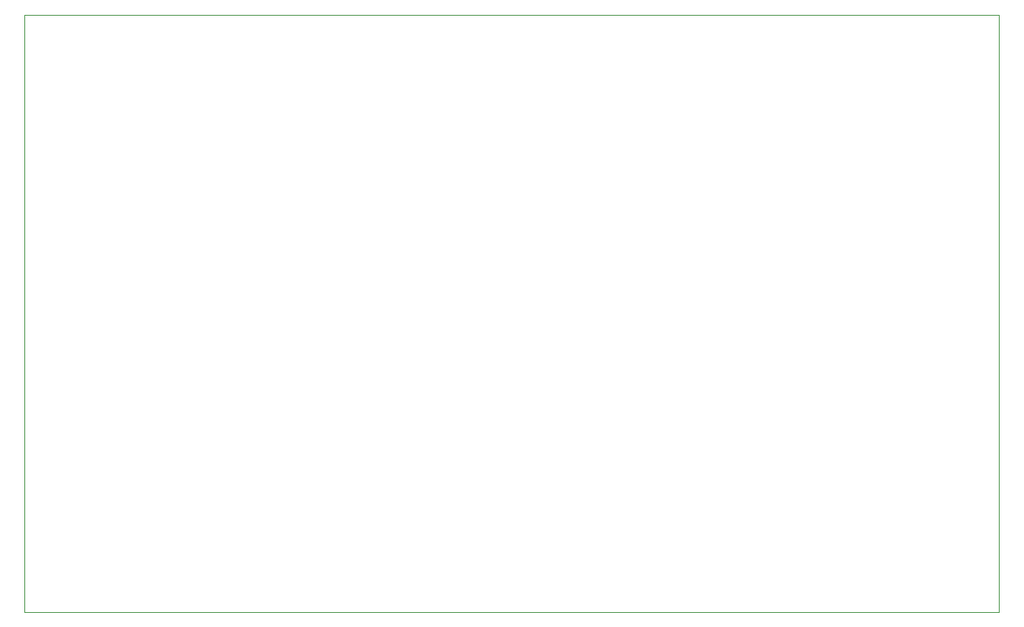
<source format=gbr>
%TF.GenerationSoftware,KiCad,Pcbnew,8.0.1*%
%TF.CreationDate,2024-04-20T13:05:10+02:00*%
%TF.ProjectId,proto_board,70726f74-6f5f-4626-9f61-72642e6b6963,rev?*%
%TF.SameCoordinates,Original*%
%TF.FileFunction,Profile,NP*%
%FSLAX46Y46*%
G04 Gerber Fmt 4.6, Leading zero omitted, Abs format (unit mm)*
G04 Created by KiCad (PCBNEW 8.0.1) date 2024-04-20 13:05:10*
%MOMM*%
%LPD*%
G01*
G04 APERTURE LIST*
%TA.AperFunction,Profile*%
%ADD10C,0.050000*%
%TD*%
G04 APERTURE END LIST*
D10*
X45450000Y-46450000D02*
X150450000Y-46450000D01*
X150450000Y-110825000D01*
X45450000Y-110825000D01*
X45450000Y-46450000D01*
M02*

</source>
